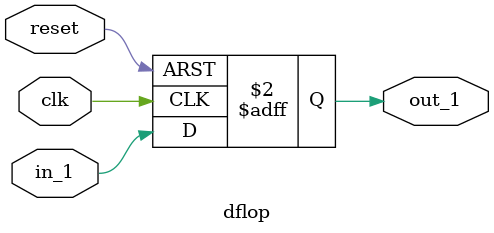
<source format=sv>
module dflop(      clk,
                        reset,
                        in_1,
                        out_1
                );

        input           clk;
        input           reset;
        input           in_1;
        output          out_1;

        reg             out_1;

        // ------- Design implementation -------

        always @(posedge clk or posedge reset) 
                begin
                        if(reset)
                                out_1 <= 1'b0;
                        else
                                out_1 <= in_1;
                end

endmodule

</source>
